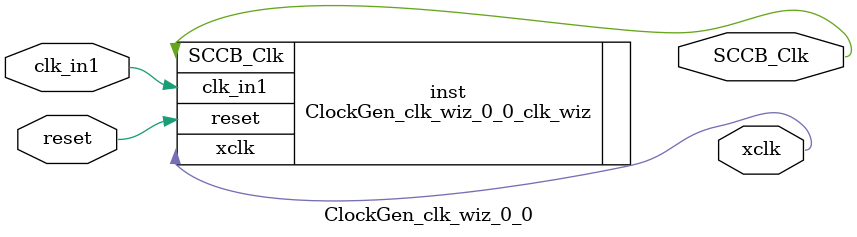
<source format=v>


`timescale 1ps/1ps

(* CORE_GENERATION_INFO = "ClockGen_clk_wiz_0_0,clk_wiz_v6_0_6_0_0,{component_name=ClockGen_clk_wiz_0_0,use_phase_alignment=true,use_min_o_jitter=false,use_max_i_jitter=false,use_dyn_phase_shift=false,use_inclk_switchover=false,use_dyn_reconfig=false,enable_axi=0,feedback_source=FDBK_AUTO,PRIMITIVE=MMCM,num_out_clk=2,clkin1_period=10.000,clkin2_period=10.000,use_power_down=false,use_reset=true,use_locked=false,use_inclk_stopped=false,feedback_type=SINGLE,CLOCK_MGR_TYPE=NA,manual_override=false}" *)

module ClockGen_clk_wiz_0_0 
 (
  // Clock out ports
  output        SCCB_Clk,
  output        xclk,
  // Status and control signals
  input         reset,
 // Clock in ports
  input         clk_in1
 );

  ClockGen_clk_wiz_0_0_clk_wiz inst
  (
  // Clock out ports  
  .SCCB_Clk(SCCB_Clk),
  .xclk(xclk),
  // Status and control signals               
  .reset(reset), 
 // Clock in ports
  .clk_in1(clk_in1)
  );

endmodule

</source>
